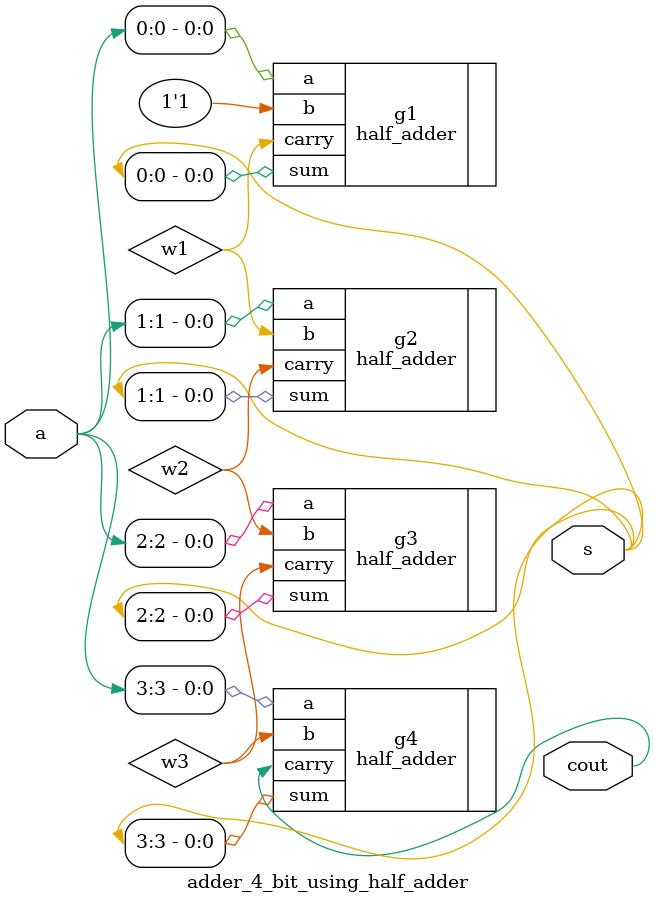
<source format=v>
`timescale 1ns / 1ps
module adder_4_bit_using_half_adder(input [3:0]a, output[3:0]s, output cout);
wire w1,w2,w3;
half_adder g1(.a(a[0]), .b(1'b1), .sum(s[0]), .carry(w1));
half_adder g2(.a(a[1]), .b(w1), .sum(s[1]), .carry(w2));
half_adder g3(.a(a[2]), .b(w2), .sum(s[2]), .carry(w3));
half_adder g4(.a(a[3]), .b(w3), .sum(s[3]), .carry(cout));
endmodule

</source>
